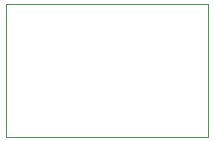
<source format=gbr>
G04 #@! TF.FileFunction,Profile,NP*
%FSLAX46Y46*%
G04 Gerber Fmt 4.6, Leading zero omitted, Abs format (unit mm)*
G04 Created by KiCad (PCBNEW 4.0.2-stable) date Friday, July 22, 2016 'PMt' 02:11:42 PM*
%MOMM*%
G01*
G04 APERTURE LIST*
%ADD10C,0.100000*%
G04 APERTURE END LIST*
D10*
X156337000Y-113284000D02*
X155194000Y-113284000D01*
X156337000Y-101981000D02*
X156337000Y-113284000D01*
X152527000Y-101981000D02*
X156337000Y-101981000D01*
X139192000Y-113284000D02*
X155194000Y-113284000D01*
X139192000Y-101981000D02*
X139192000Y-113284000D01*
X143002000Y-101981000D02*
X139192000Y-101981000D01*
X143000000Y-101981000D02*
X152500000Y-101981000D01*
M02*

</source>
